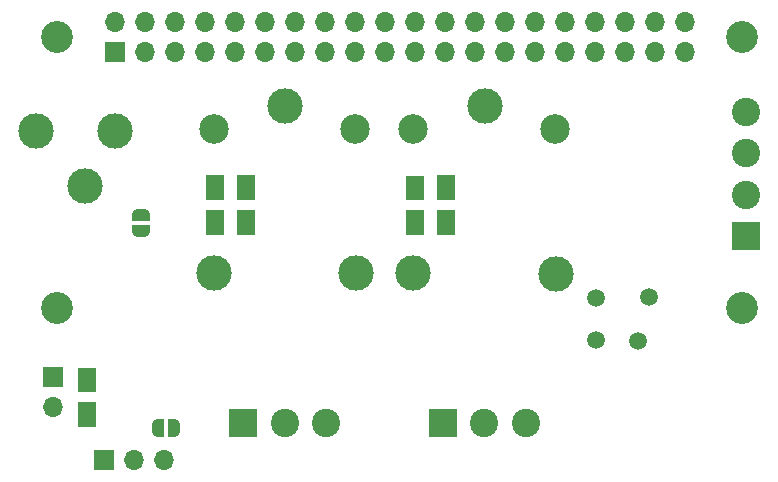
<source format=gbr>
G04 #@! TF.GenerationSoftware,KiCad,Pcbnew,(6.0.0)*
G04 #@! TF.CreationDate,2023-01-15T16:22:46+02:00*
G04 #@! TF.ProjectId,Pi HAT,50692048-4154-42e6-9b69-6361645f7063,0.0*
G04 #@! TF.SameCoordinates,Original*
G04 #@! TF.FileFunction,Soldermask,Bot*
G04 #@! TF.FilePolarity,Negative*
%FSLAX46Y46*%
G04 Gerber Fmt 4.6, Leading zero omitted, Abs format (unit mm)*
G04 Created by KiCad (PCBNEW (6.0.0)) date 2023-01-15 16:22:46*
%MOMM*%
%LPD*%
G01*
G04 APERTURE LIST*
G04 Aperture macros list*
%AMFreePoly0*
4,1,6,1.000000,0.000000,0.500000,-0.750000,-0.500000,-0.750000,-0.500000,0.750000,0.500000,0.750000,1.000000,0.000000,1.000000,0.000000,$1*%
%AMFreePoly1*
4,1,22,0.500000,-0.750000,0.000000,-0.750000,0.000000,-0.745033,-0.079941,-0.743568,-0.215256,-0.701293,-0.333266,-0.622738,-0.424486,-0.514219,-0.481581,-0.384460,-0.499164,-0.250000,-0.500000,-0.250000,-0.500000,0.250000,-0.499164,0.250000,-0.499963,0.256109,-0.478152,0.396186,-0.417904,0.524511,-0.324060,0.630769,-0.204165,0.706417,-0.067858,0.745374,0.000000,0.744959,0.000000,0.750000,
0.500000,0.750000,0.500000,-0.750000,0.500000,-0.750000,$1*%
%AMFreePoly2*
4,1,20,0.000000,0.744959,0.073905,0.744508,0.209726,0.703889,0.328688,0.626782,0.421226,0.519385,0.479903,0.390333,0.500000,0.250000,0.500000,-0.250000,0.499851,-0.262216,0.476331,-0.402017,0.414519,-0.529596,0.319384,-0.634700,0.198574,-0.708877,0.061801,-0.746166,0.000000,-0.745033,0.000000,-0.750000,-0.500000,-0.750000,-0.500000,0.750000,0.000000,0.750000,0.000000,0.744959,
0.000000,0.744959,$1*%
G04 Aperture macros list end*
%ADD10C,2.700000*%
%ADD11C,2.400000*%
%ADD12R,2.400000X2.400000*%
%ADD13R,1.700000X1.700000*%
%ADD14O,1.700000X1.700000*%
%ADD15C,3.000000*%
%ADD16C,2.500000*%
%ADD17C,1.500000*%
%ADD18R,1.500000X1.500000*%
%ADD19FreePoly0,270.000000*%
%ADD20FreePoly0,90.000000*%
%ADD21FreePoly1,0.000000*%
%ADD22FreePoly2,0.000000*%
%ADD23FreePoly1,270.000000*%
%ADD24FreePoly2,270.000000*%
G04 APERTURE END LIST*
D10*
X121032000Y-94568000D03*
X179032000Y-94568000D03*
X179032000Y-117568000D03*
X121032000Y-117568000D03*
D11*
X179324000Y-100950000D03*
X179324000Y-104450000D03*
X179324000Y-107950000D03*
D12*
X179324000Y-111450000D03*
D13*
X124985000Y-130460000D03*
D14*
X127525000Y-130460000D03*
X130065000Y-130460000D03*
D15*
X140332000Y-100424605D03*
D16*
X134282000Y-102374605D03*
D15*
X134282000Y-114574605D03*
X146332000Y-114624605D03*
D16*
X146282000Y-102374605D03*
D15*
X157232000Y-100457000D03*
D16*
X151182000Y-102407000D03*
D15*
X151182000Y-114607000D03*
X163232000Y-114657000D03*
D16*
X163182000Y-102407000D03*
D13*
X120700000Y-123375000D03*
D14*
X120700000Y-125915000D03*
D12*
X153700000Y-127275000D03*
D11*
X157200000Y-127275000D03*
X160700000Y-127275000D03*
D12*
X136800000Y-127315000D03*
D11*
X140300000Y-127315000D03*
X143800000Y-127315000D03*
D15*
X125911000Y-102558000D03*
X119261000Y-102558000D03*
X123361000Y-107258000D03*
D17*
X166630000Y-116720000D03*
X171130000Y-116660000D03*
D18*
X151327500Y-110050000D03*
X151327500Y-107650000D03*
D19*
X151327500Y-106850000D03*
D20*
X151327500Y-110850000D03*
D21*
X129601200Y-127711200D03*
D22*
X130901200Y-127711200D03*
D18*
X153984000Y-107639000D03*
X153984000Y-110039000D03*
D19*
X153984000Y-106839000D03*
D20*
X153984000Y-110839000D03*
D17*
X170190000Y-120330000D03*
D13*
X125902000Y-95838000D03*
D14*
X125902000Y-93298000D03*
X128442000Y-95838000D03*
X128442000Y-93298000D03*
X130982000Y-95838000D03*
X130982000Y-93298000D03*
X133522000Y-95838000D03*
X133522000Y-93298000D03*
X136062000Y-95838000D03*
X136062000Y-93298000D03*
X138602000Y-95838000D03*
X138602000Y-93298000D03*
X141142000Y-95838000D03*
X141142000Y-93298000D03*
X143682000Y-95838000D03*
X143682000Y-93298000D03*
X146222000Y-95838000D03*
X146222000Y-93298000D03*
X148762000Y-95838000D03*
X148762000Y-93298000D03*
X151302000Y-95838000D03*
X151302000Y-93298000D03*
X153842000Y-95838000D03*
X153842000Y-93298000D03*
X156382000Y-95838000D03*
X156382000Y-93298000D03*
X158922000Y-95838000D03*
X158922000Y-93298000D03*
X161462000Y-95838000D03*
X161462000Y-93298000D03*
X164002000Y-95838000D03*
X164002000Y-93298000D03*
X166542000Y-95838000D03*
X166542000Y-93298000D03*
X169082000Y-95838000D03*
X169082000Y-93298000D03*
X171622000Y-95838000D03*
X171622000Y-93298000D03*
X174162000Y-95838000D03*
X174162000Y-93298000D03*
D18*
X123550000Y-126300000D03*
X123550000Y-123900000D03*
D20*
X123550000Y-127100000D03*
D19*
X123550000Y-123100000D03*
D18*
X137050000Y-107630000D03*
X137050000Y-110030000D03*
D19*
X137050000Y-106830000D03*
D20*
X137050000Y-110830000D03*
D17*
X166630000Y-120270000D03*
D18*
X134366000Y-110039000D03*
X134366000Y-107639000D03*
D19*
X134366000Y-106839000D03*
D20*
X134366000Y-110839000D03*
D23*
X128100000Y-109700000D03*
D24*
X128100000Y-111000000D03*
M02*

</source>
